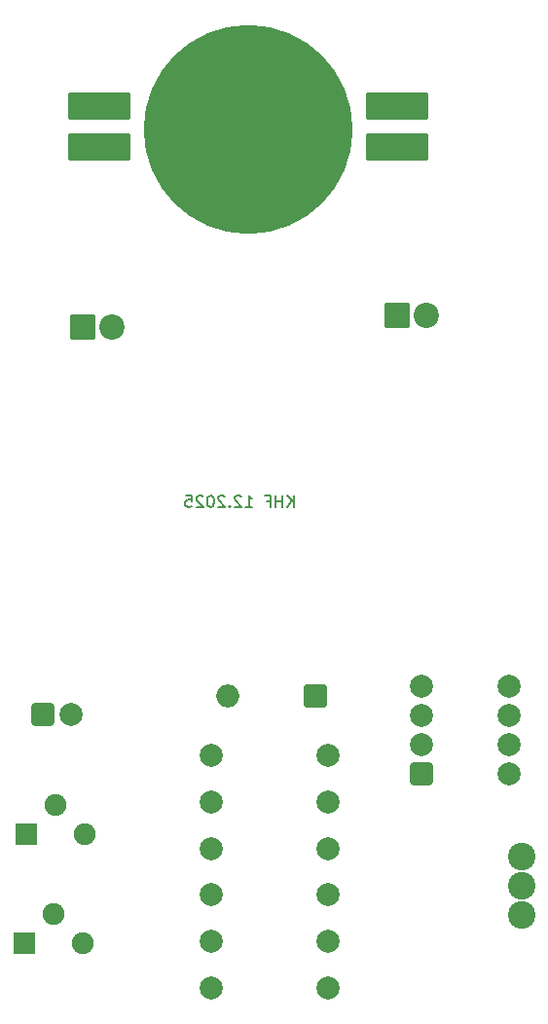
<source format=gbr>
%TF.GenerationSoftware,KiCad,Pcbnew,9.0.6*%
%TF.CreationDate,2025-12-01T23:05:10+01:00*%
%TF.ProjectId,Coala,436f616c-612e-46b6-9963-61645f706362,rev?*%
%TF.SameCoordinates,Original*%
%TF.FileFunction,Soldermask,Bot*%
%TF.FilePolarity,Negative*%
%FSLAX46Y46*%
G04 Gerber Fmt 4.6, Leading zero omitted, Abs format (unit mm)*
G04 Created by KiCad (PCBNEW 9.0.6) date 2025-12-01 23:05:10*
%MOMM*%
%LPD*%
G01*
G04 APERTURE LIST*
G04 Aperture macros list*
%AMRoundRect*
0 Rectangle with rounded corners*
0 $1 Rounding radius*
0 $2 $3 $4 $5 $6 $7 $8 $9 X,Y pos of 4 corners*
0 Add a 4 corners polygon primitive as box body*
4,1,4,$2,$3,$4,$5,$6,$7,$8,$9,$2,$3,0*
0 Add four circle primitives for the rounded corners*
1,1,$1+$1,$2,$3*
1,1,$1+$1,$4,$5*
1,1,$1+$1,$6,$7*
1,1,$1+$1,$8,$9*
0 Add four rect primitives between the rounded corners*
20,1,$1+$1,$2,$3,$4,$5,0*
20,1,$1+$1,$4,$5,$6,$7,0*
20,1,$1+$1,$6,$7,$8,$9,0*
20,1,$1+$1,$8,$9,$2,$3,0*%
G04 Aperture macros list end*
%ADD10C,0.150000*%
%ADD11C,1.900000*%
%ADD12RoundRect,0.200000X-0.750000X-0.750000X0.750000X-0.750000X0.750000X0.750000X-0.750000X0.750000X0*%
%ADD13RoundRect,0.200000X-2.500000X-1.000000X2.500000X-1.000000X2.500000X1.000000X-2.500000X1.000000X0*%
%ADD14C,18.180000*%
%ADD15RoundRect,0.312500X-0.687500X-0.687500X0.687500X-0.687500X0.687500X0.687500X-0.687500X0.687500X0*%
%ADD16C,2.000000*%
%ADD17C,2.400000*%
%ADD18RoundRect,0.200000X0.800000X0.800000X-0.800000X0.800000X-0.800000X-0.800000X0.800000X-0.800000X0*%
%ADD19O,2.000000X2.000000*%
%ADD20RoundRect,0.200000X-0.900000X-0.900000X0.900000X-0.900000X0.900000X0.900000X-0.900000X0.900000X0*%
%ADD21C,2.200000*%
G04 APERTURE END LIST*
D10*
X142763220Y-96169819D02*
X142763220Y-95169819D01*
X142191792Y-96169819D02*
X142620363Y-95598390D01*
X142191792Y-95169819D02*
X142763220Y-95741247D01*
X141763220Y-96169819D02*
X141763220Y-95169819D01*
X141763220Y-95646009D02*
X141191792Y-95646009D01*
X141191792Y-96169819D02*
X141191792Y-95169819D01*
X140382268Y-95646009D02*
X140715601Y-95646009D01*
X140715601Y-96169819D02*
X140715601Y-95169819D01*
X140715601Y-95169819D02*
X140239411Y-95169819D01*
X138572744Y-96169819D02*
X139144172Y-96169819D01*
X138858458Y-96169819D02*
X138858458Y-95169819D01*
X138858458Y-95169819D02*
X138953696Y-95312676D01*
X138953696Y-95312676D02*
X139048934Y-95407914D01*
X139048934Y-95407914D02*
X139144172Y-95455533D01*
X138191791Y-95265057D02*
X138144172Y-95217438D01*
X138144172Y-95217438D02*
X138048934Y-95169819D01*
X138048934Y-95169819D02*
X137810839Y-95169819D01*
X137810839Y-95169819D02*
X137715601Y-95217438D01*
X137715601Y-95217438D02*
X137667982Y-95265057D01*
X137667982Y-95265057D02*
X137620363Y-95360295D01*
X137620363Y-95360295D02*
X137620363Y-95455533D01*
X137620363Y-95455533D02*
X137667982Y-95598390D01*
X137667982Y-95598390D02*
X138239410Y-96169819D01*
X138239410Y-96169819D02*
X137620363Y-96169819D01*
X137191791Y-96074580D02*
X137144172Y-96122200D01*
X137144172Y-96122200D02*
X137191791Y-96169819D01*
X137191791Y-96169819D02*
X137239410Y-96122200D01*
X137239410Y-96122200D02*
X137191791Y-96074580D01*
X137191791Y-96074580D02*
X137191791Y-96169819D01*
X136763220Y-95265057D02*
X136715601Y-95217438D01*
X136715601Y-95217438D02*
X136620363Y-95169819D01*
X136620363Y-95169819D02*
X136382268Y-95169819D01*
X136382268Y-95169819D02*
X136287030Y-95217438D01*
X136287030Y-95217438D02*
X136239411Y-95265057D01*
X136239411Y-95265057D02*
X136191792Y-95360295D01*
X136191792Y-95360295D02*
X136191792Y-95455533D01*
X136191792Y-95455533D02*
X136239411Y-95598390D01*
X136239411Y-95598390D02*
X136810839Y-96169819D01*
X136810839Y-96169819D02*
X136191792Y-96169819D01*
X135572744Y-95169819D02*
X135477506Y-95169819D01*
X135477506Y-95169819D02*
X135382268Y-95217438D01*
X135382268Y-95217438D02*
X135334649Y-95265057D01*
X135334649Y-95265057D02*
X135287030Y-95360295D01*
X135287030Y-95360295D02*
X135239411Y-95550771D01*
X135239411Y-95550771D02*
X135239411Y-95788866D01*
X135239411Y-95788866D02*
X135287030Y-95979342D01*
X135287030Y-95979342D02*
X135334649Y-96074580D01*
X135334649Y-96074580D02*
X135382268Y-96122200D01*
X135382268Y-96122200D02*
X135477506Y-96169819D01*
X135477506Y-96169819D02*
X135572744Y-96169819D01*
X135572744Y-96169819D02*
X135667982Y-96122200D01*
X135667982Y-96122200D02*
X135715601Y-96074580D01*
X135715601Y-96074580D02*
X135763220Y-95979342D01*
X135763220Y-95979342D02*
X135810839Y-95788866D01*
X135810839Y-95788866D02*
X135810839Y-95550771D01*
X135810839Y-95550771D02*
X135763220Y-95360295D01*
X135763220Y-95360295D02*
X135715601Y-95265057D01*
X135715601Y-95265057D02*
X135667982Y-95217438D01*
X135667982Y-95217438D02*
X135572744Y-95169819D01*
X134858458Y-95265057D02*
X134810839Y-95217438D01*
X134810839Y-95217438D02*
X134715601Y-95169819D01*
X134715601Y-95169819D02*
X134477506Y-95169819D01*
X134477506Y-95169819D02*
X134382268Y-95217438D01*
X134382268Y-95217438D02*
X134334649Y-95265057D01*
X134334649Y-95265057D02*
X134287030Y-95360295D01*
X134287030Y-95360295D02*
X134287030Y-95455533D01*
X134287030Y-95455533D02*
X134334649Y-95598390D01*
X134334649Y-95598390D02*
X134906077Y-96169819D01*
X134906077Y-96169819D02*
X134287030Y-96169819D01*
X133382268Y-95169819D02*
X133858458Y-95169819D01*
X133858458Y-95169819D02*
X133906077Y-95646009D01*
X133906077Y-95646009D02*
X133858458Y-95598390D01*
X133858458Y-95598390D02*
X133763220Y-95550771D01*
X133763220Y-95550771D02*
X133525125Y-95550771D01*
X133525125Y-95550771D02*
X133429887Y-95598390D01*
X133429887Y-95598390D02*
X133382268Y-95646009D01*
X133382268Y-95646009D02*
X133334649Y-95741247D01*
X133334649Y-95741247D02*
X133334649Y-95979342D01*
X133334649Y-95979342D02*
X133382268Y-96074580D01*
X133382268Y-96074580D02*
X133429887Y-96122200D01*
X133429887Y-96122200D02*
X133525125Y-96169819D01*
X133525125Y-96169819D02*
X133763220Y-96169819D01*
X133763220Y-96169819D02*
X133858458Y-96122200D01*
X133858458Y-96122200D02*
X133906077Y-96074580D01*
D11*
%TO.C,Q1*%
X124380000Y-134100000D03*
X121840000Y-131560000D03*
D12*
X119300000Y-134100000D03*
%TD*%
D11*
%TO.C,Q2*%
X124580000Y-124600000D03*
X122040000Y-122060000D03*
D12*
X119500000Y-124600000D03*
%TD*%
D13*
%TO.C,U2*%
X125846000Y-64824000D03*
X125846000Y-61268000D03*
X151740000Y-64824000D03*
X151740000Y-61268000D03*
D14*
X138800000Y-63300000D03*
%TD*%
D15*
%TO.C,U1*%
X153900000Y-119380000D03*
D16*
X153900000Y-116840000D03*
X153900000Y-114300000D03*
X153900000Y-111760000D03*
X161520000Y-111760000D03*
X161520000Y-114300000D03*
X161520000Y-116840000D03*
X161520000Y-119380000D03*
%TD*%
D17*
%TO.C,S1*%
X162600000Y-131700000D03*
X162600000Y-129160000D03*
X162600000Y-126620000D03*
%TD*%
D16*
%TO.C,R7*%
X135555821Y-121823942D03*
X145715821Y-121823942D03*
%TD*%
%TO.C,R6*%
X135555821Y-125873942D03*
X145715821Y-125873942D03*
%TD*%
%TO.C,R5*%
X135555821Y-129923942D03*
X145715821Y-129923942D03*
%TD*%
%TO.C,R4*%
X135555821Y-133973942D03*
X145715821Y-133973942D03*
%TD*%
%TO.C,R3*%
X135555821Y-138023942D03*
X145715821Y-138023942D03*
%TD*%
%TO.C,R1off1*%
X135555821Y-117773942D03*
X145715821Y-117773942D03*
%TD*%
D18*
%TO.C,D3*%
X144620000Y-112600000D03*
D19*
X137000000Y-112600000D03*
%TD*%
D20*
%TO.C,D2*%
X151725000Y-79500000D03*
D21*
X154265000Y-79500000D03*
%TD*%
D20*
%TO.C,D1*%
X124425000Y-80500000D03*
D21*
X126965000Y-80500000D03*
%TD*%
D15*
%TO.C,C1*%
X120900000Y-114200000D03*
D16*
X123400000Y-114200000D03*
%TD*%
M02*

</source>
